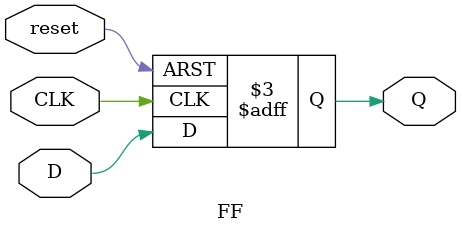
<source format=v>
module FF(D, CLK, reset, Q);

	input D, CLK, reset;
	output reg Q;


	always @ (posedge CLK or negedge reset) begin
		if(~reset)
			Q <= 1'b0;
		else
			Q <= D;
	end

endmodule
</source>
